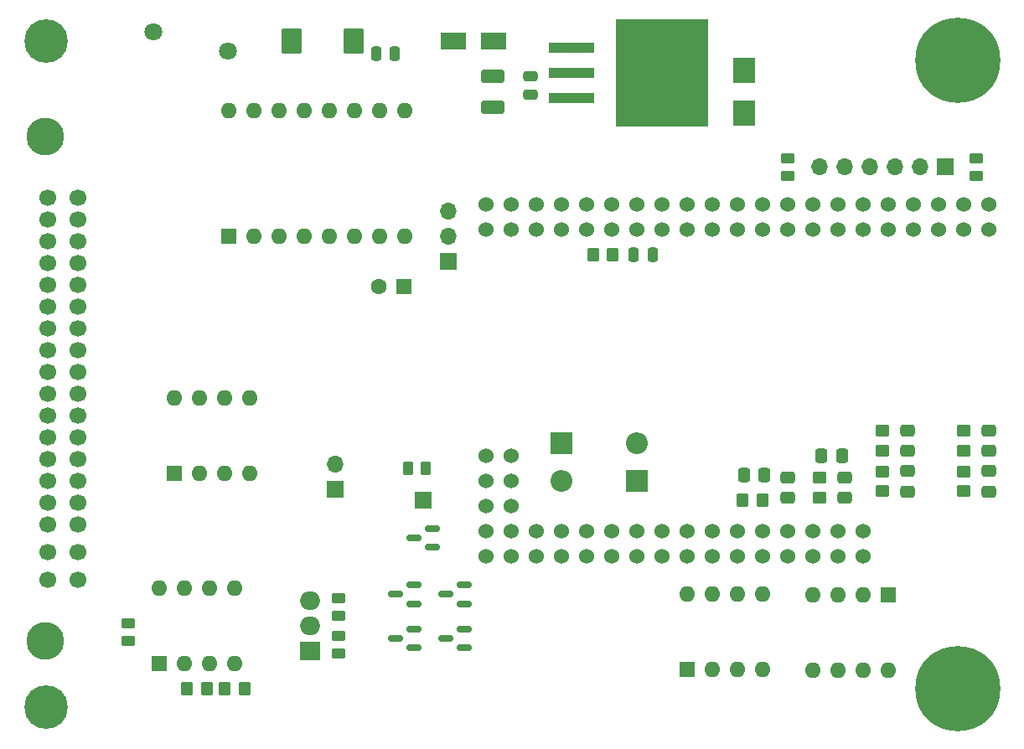
<source format=gts>
G04 #@! TF.GenerationSoftware,KiCad,Pcbnew,(6.0.1)*
G04 #@! TF.CreationDate,2022-02-04T01:53:46-05:00*
G04 #@! TF.ProjectId,klxecu,6b6c7865-6375-42e6-9b69-6361645f7063,rev?*
G04 #@! TF.SameCoordinates,Original*
G04 #@! TF.FileFunction,Soldermask,Top*
G04 #@! TF.FilePolarity,Negative*
%FSLAX46Y46*%
G04 Gerber Fmt 4.6, Leading zero omitted, Abs format (unit mm)*
G04 Created by KiCad (PCBNEW (6.0.1)) date 2022-02-04 01:53:46*
%MOMM*%
%LPD*%
G01*
G04 APERTURE LIST*
G04 Aperture macros list*
%AMRoundRect*
0 Rectangle with rounded corners*
0 $1 Rounding radius*
0 $2 $3 $4 $5 $6 $7 $8 $9 X,Y pos of 4 corners*
0 Add a 4 corners polygon primitive as box body*
4,1,4,$2,$3,$4,$5,$6,$7,$8,$9,$2,$3,0*
0 Add four circle primitives for the rounded corners*
1,1,$1+$1,$2,$3*
1,1,$1+$1,$4,$5*
1,1,$1+$1,$6,$7*
1,1,$1+$1,$8,$9*
0 Add four rect primitives between the rounded corners*
20,1,$1+$1,$2,$3,$4,$5,0*
20,1,$1+$1,$4,$5,$6,$7,0*
20,1,$1+$1,$6,$7,$8,$9,0*
20,1,$1+$1,$8,$9,$2,$3,0*%
G04 Aperture macros list end*
%ADD10C,4.400000*%
%ADD11C,8.600000*%
%ADD12C,1.700000*%
%ADD13C,3.800000*%
%ADD14O,1.600000X1.600000*%
%ADD15R,1.600000X1.600000*%
%ADD16C,1.524000*%
%ADD17R,4.600000X1.100000*%
%ADD18R,9.400000X10.800000*%
%ADD19C,1.800000*%
%ADD20RoundRect,0.250000X0.262500X0.450000X-0.262500X0.450000X-0.262500X-0.450000X0.262500X-0.450000X0*%
%ADD21RoundRect,0.250000X0.450000X-0.262500X0.450000X0.262500X-0.450000X0.262500X-0.450000X-0.262500X0*%
%ADD22RoundRect,0.250000X-0.350000X-0.450000X0.350000X-0.450000X0.350000X0.450000X-0.350000X0.450000X0*%
%ADD23RoundRect,0.250000X0.350000X0.450000X-0.350000X0.450000X-0.350000X-0.450000X0.350000X-0.450000X0*%
%ADD24RoundRect,0.250000X-0.450000X0.350000X-0.450000X-0.350000X0.450000X-0.350000X0.450000X0.350000X0*%
%ADD25RoundRect,0.250000X-0.450000X0.262500X-0.450000X-0.262500X0.450000X-0.262500X0.450000X0.262500X0*%
%ADD26RoundRect,0.150000X0.587500X0.150000X-0.587500X0.150000X-0.587500X-0.150000X0.587500X-0.150000X0*%
%ADD27O,2.000000X1.905000*%
%ADD28R,2.000000X1.905000*%
%ADD29O,1.700000X1.700000*%
%ADD30R,1.700000X1.700000*%
%ADD31O,2.200000X2.200000*%
%ADD32R,2.200000X2.200000*%
%ADD33R,2.300000X2.500000*%
%ADD34R,2.500000X1.800000*%
%ADD35C,1.600000*%
%ADD36RoundRect,0.250000X-0.250000X-0.475000X0.250000X-0.475000X0.250000X0.475000X-0.250000X0.475000X0*%
%ADD37RoundRect,0.250000X0.475000X-0.337500X0.475000X0.337500X-0.475000X0.337500X-0.475000X-0.337500X0*%
%ADD38RoundRect,0.250000X-0.475000X0.337500X-0.475000X-0.337500X0.475000X-0.337500X0.475000X0.337500X0*%
%ADD39RoundRect,0.250000X-0.337500X-0.475000X0.337500X-0.475000X0.337500X0.475000X-0.337500X0.475000X0*%
%ADD40RoundRect,0.250000X0.925000X-0.412500X0.925000X0.412500X-0.925000X0.412500X-0.925000X-0.412500X0*%
%ADD41RoundRect,0.250000X0.475000X-0.250000X0.475000X0.250000X-0.475000X0.250000X-0.475000X-0.250000X0*%
%ADD42RoundRect,0.250000X0.250000X0.475000X-0.250000X0.475000X-0.250000X-0.475000X0.250000X-0.475000X0*%
%ADD43RoundRect,0.250000X-0.787500X-1.025000X0.787500X-1.025000X0.787500X1.025000X-0.787500X1.025000X0*%
G04 APERTURE END LIST*
D10*
X29845000Y-111125000D03*
X29845000Y-43815000D03*
D11*
X121920000Y-109220000D03*
X121920000Y-45720000D03*
D12*
X30020000Y-98200000D03*
X30020000Y-95400000D03*
X30020000Y-92600000D03*
X30020000Y-90400000D03*
X30020000Y-88200000D03*
X30020000Y-86000000D03*
X30020000Y-83800000D03*
X30020000Y-81600000D03*
X30020000Y-79400000D03*
X30020000Y-77200000D03*
X30020000Y-75000000D03*
X30020000Y-72800000D03*
X30020000Y-70600000D03*
X30020000Y-68400000D03*
X30020000Y-66200000D03*
X30020000Y-64000000D03*
X30020000Y-61800000D03*
X30020000Y-59600000D03*
X33020000Y-98200000D03*
X33020000Y-95400000D03*
X33020000Y-92600000D03*
X33020000Y-90400000D03*
X33020000Y-88200000D03*
X33020000Y-86000000D03*
X33020000Y-83800000D03*
X33020000Y-81600000D03*
X33020000Y-79400000D03*
X33020000Y-77200000D03*
X33020000Y-75000000D03*
X33020000Y-72800000D03*
X33020000Y-70600000D03*
X33020000Y-68400000D03*
X33020000Y-66200000D03*
X33020000Y-64000000D03*
X33020000Y-61800000D03*
X33020000Y-59600000D03*
D13*
X29720000Y-104400000D03*
X29720000Y-53400000D03*
D14*
X41275000Y-99060000D03*
X43815000Y-99060000D03*
X46355000Y-99060000D03*
X48895000Y-99060000D03*
X48895000Y-106680000D03*
X46355000Y-106680000D03*
X43815000Y-106680000D03*
D15*
X41275000Y-106680000D03*
D16*
X117475000Y-60325000D03*
X117475000Y-62865000D03*
X120015000Y-60325000D03*
X120015000Y-62865000D03*
X112395000Y-95885000D03*
X112395000Y-93345000D03*
X109855000Y-95885000D03*
X109855000Y-93345000D03*
X107315000Y-95885000D03*
X107315000Y-93345000D03*
X104775000Y-95885000D03*
X104775000Y-93345000D03*
X102235000Y-95885000D03*
X102235000Y-93345000D03*
X99695000Y-95885000D03*
X99695000Y-93345000D03*
X97155000Y-95885000D03*
X97155000Y-93345000D03*
X94615000Y-95885000D03*
X94615000Y-93345000D03*
X114935000Y-62865000D03*
X109855000Y-62865000D03*
X109855000Y-60325000D03*
X107315000Y-62865000D03*
X107315000Y-60325000D03*
X104775000Y-62865000D03*
X104775000Y-60325000D03*
X102235000Y-62865000D03*
X102235000Y-60325000D03*
X99695000Y-62865000D03*
X99695000Y-60325000D03*
X97155000Y-62865000D03*
X97155000Y-60325000D03*
X94615000Y-62865000D03*
X94615000Y-60325000D03*
X92075000Y-62865000D03*
X92075000Y-60325000D03*
X89535000Y-62865000D03*
X89535000Y-60325000D03*
X86995000Y-62865000D03*
X86995000Y-60325000D03*
X84455000Y-62865000D03*
X84455000Y-60325000D03*
X81915000Y-62865000D03*
X81915000Y-60325000D03*
X79375000Y-62865000D03*
X79375000Y-60325000D03*
X76835000Y-62865000D03*
X76835000Y-60325000D03*
X74295000Y-62865000D03*
X74295000Y-60325000D03*
X92075000Y-95885000D03*
X92075000Y-93345000D03*
X89535000Y-95885000D03*
X89535000Y-93345000D03*
X86995000Y-95885000D03*
X86995000Y-93345000D03*
X84455000Y-95885000D03*
X84455000Y-93345000D03*
X81915000Y-95885000D03*
X81915000Y-93345000D03*
X79375000Y-95885000D03*
X79375000Y-93345000D03*
X76835000Y-95885000D03*
X76835000Y-93345000D03*
X74295000Y-95885000D03*
X74295000Y-93345000D03*
X74295000Y-90805000D03*
X76835000Y-90805000D03*
X74295000Y-88265000D03*
X76835000Y-88265000D03*
X74295000Y-85725000D03*
X76835000Y-85725000D03*
X122555000Y-62865000D03*
X122555000Y-60325000D03*
X114935000Y-60325000D03*
X112395000Y-62865000D03*
X112395000Y-60325000D03*
X125095000Y-60325000D03*
X125095000Y-62865000D03*
D17*
X82925000Y-49530000D03*
X82925000Y-46990000D03*
D18*
X92075000Y-46990000D03*
D17*
X82925000Y-44450000D03*
D19*
X48200000Y-44815000D03*
X40700000Y-42815000D03*
D20*
X68222500Y-86995000D03*
X66397500Y-86995000D03*
D21*
X38100000Y-102592500D03*
X38100000Y-104417500D03*
D22*
X46085000Y-109220000D03*
X44085000Y-109220000D03*
D23*
X47895000Y-109220000D03*
X49895000Y-109220000D03*
D21*
X59380000Y-103862500D03*
X59380000Y-105687500D03*
X59380000Y-100052500D03*
X59380000Y-101877500D03*
D22*
X87090000Y-65405000D03*
X85090000Y-65405000D03*
D24*
X122555000Y-89265000D03*
X122555000Y-87265000D03*
X107950000Y-89900000D03*
X107950000Y-87900000D03*
X122555000Y-85185000D03*
X122555000Y-83185000D03*
D22*
X100235000Y-90170000D03*
X102235000Y-90170000D03*
D24*
X114300000Y-89265000D03*
X114300000Y-87265000D03*
X114300000Y-85185000D03*
X114300000Y-83185000D03*
D21*
X104775000Y-55602500D03*
X104775000Y-57427500D03*
D25*
X123825000Y-57427500D03*
X123825000Y-55602500D03*
D26*
X67007500Y-93980000D03*
X68882500Y-93030000D03*
X68882500Y-94930000D03*
X70182500Y-104140000D03*
X72057500Y-103190000D03*
X72057500Y-105090000D03*
X65102500Y-99695000D03*
X66977500Y-98745000D03*
X66977500Y-100645000D03*
D27*
X56515000Y-100330000D03*
X56515000Y-102870000D03*
D28*
X56515000Y-105410000D03*
D26*
X72057500Y-100645000D03*
X72057500Y-98745000D03*
X70182500Y-99695000D03*
X65102500Y-104140000D03*
X66977500Y-103190000D03*
X66977500Y-105090000D03*
D29*
X70485000Y-60945000D03*
X70485000Y-63485000D03*
D30*
X70485000Y-66025000D03*
X67945000Y-90170000D03*
D14*
X42825000Y-79839511D03*
X45365000Y-79839511D03*
X47905000Y-79839511D03*
X50445000Y-79839511D03*
X50445000Y-87459511D03*
X47905000Y-87459511D03*
X45365000Y-87459511D03*
D15*
X42825000Y-87459511D03*
D14*
X94625000Y-99685000D03*
X97165000Y-99685000D03*
X99705000Y-99685000D03*
X102245000Y-99685000D03*
X102245000Y-107305000D03*
X99705000Y-107305000D03*
X97165000Y-107305000D03*
D15*
X94625000Y-107305000D03*
D29*
X107950000Y-56515000D03*
X110490000Y-56515000D03*
X113030000Y-56515000D03*
X115570000Y-56515000D03*
X118110000Y-56515000D03*
D30*
X120650000Y-56515000D03*
D29*
X59055000Y-86569511D03*
D30*
X59055000Y-89109511D03*
D14*
X114925000Y-107325000D03*
X112385000Y-107325000D03*
X109845000Y-107325000D03*
X107305000Y-107325000D03*
X107305000Y-99705000D03*
X109845000Y-99705000D03*
X112385000Y-99705000D03*
D15*
X114925000Y-99705000D03*
D31*
X89535000Y-84455000D03*
D32*
X81915000Y-84455000D03*
D31*
X81915000Y-88265000D03*
D32*
X89535000Y-88265000D03*
D33*
X100330000Y-46745000D03*
X100330000Y-51045000D03*
D34*
X71025000Y-43815000D03*
X75025000Y-43815000D03*
D35*
X63475112Y-68580000D03*
D15*
X65975112Y-68580000D03*
D36*
X89220000Y-65405000D03*
X91120000Y-65405000D03*
D37*
X125095000Y-87227500D03*
X125095000Y-89302500D03*
X110490000Y-87862500D03*
X110490000Y-89937500D03*
D38*
X125095000Y-85222500D03*
X125095000Y-83147500D03*
D39*
X110257500Y-85725000D03*
X108182500Y-85725000D03*
D37*
X104775000Y-87862500D03*
X104775000Y-89937500D03*
X116840000Y-87227500D03*
X116840000Y-89302500D03*
D39*
X100330000Y-87630000D03*
X102405000Y-87630000D03*
D38*
X116840000Y-85222500D03*
X116840000Y-83147500D03*
D40*
X74930000Y-47357500D03*
X74930000Y-50432500D03*
D41*
X78740000Y-47310000D03*
X78740000Y-49210000D03*
D42*
X63185000Y-45085000D03*
X65085000Y-45085000D03*
D43*
X60897500Y-43815000D03*
X54672500Y-43815000D03*
D14*
X48260000Y-50790000D03*
X50800000Y-50790000D03*
X53340000Y-50790000D03*
X55880000Y-50790000D03*
X58420000Y-50790000D03*
X60960000Y-50790000D03*
X63500000Y-50790000D03*
X66040000Y-50790000D03*
X66040000Y-63490000D03*
X63500000Y-63490000D03*
X60960000Y-63490000D03*
X58420000Y-63490000D03*
X55880000Y-63490000D03*
X53340000Y-63490000D03*
X50800000Y-63490000D03*
D15*
X48260000Y-63490000D03*
M02*

</source>
